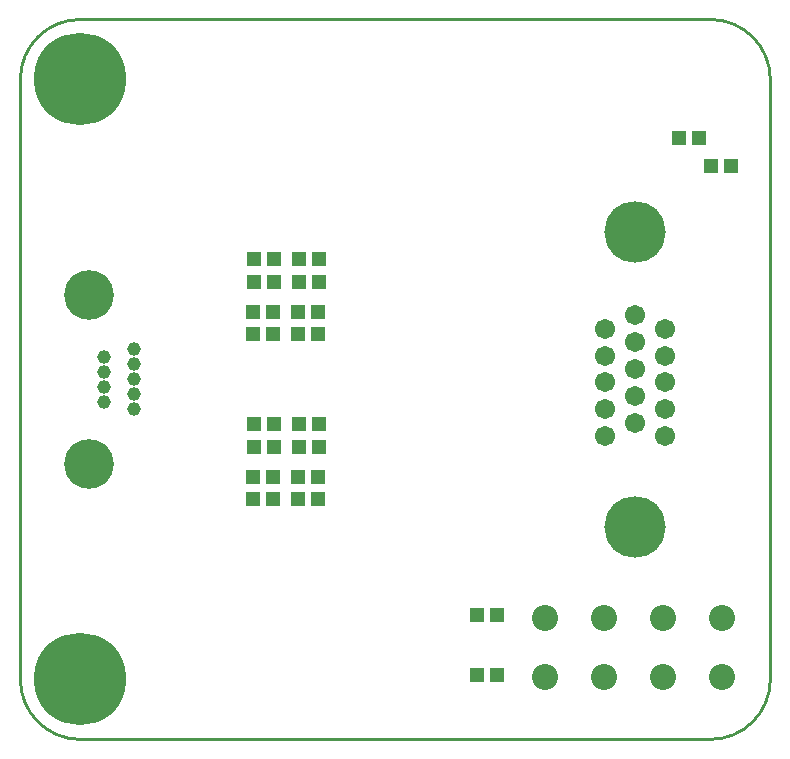
<source format=gbs>
G04*
G04 #@! TF.GenerationSoftware,Altium Limited,Altium Designer,22.9.1 (49)*
G04*
G04 Layer_Color=16711935*
%FSLAX25Y25*%
%MOIN*%
G70*
G04*
G04 #@! TF.SameCoordinates,30CEAF04-E3BD-4145-9B8D-8DB9266C66AB*
G04*
G04*
G04 #@! TF.FilePolarity,Negative*
G04*
G01*
G75*
%ADD12C,0.01000*%
%ADD16R,0.04540X0.04540*%
%ADD23C,0.06706*%
%ADD24C,0.20485*%
%ADD25C,0.04540*%
%ADD26C,0.16548*%
%ADD27C,0.08674*%
%ADD28C,0.30800*%
%ADD29C,0.03800*%
D12*
X120000Y240000D02*
G03*
X100000Y220000I0J-20000D01*
G01*
X350000D02*
G03*
X330000Y240000I-20000J0D01*
G01*
Y0D02*
G03*
X350000Y20000I0J20000D01*
G01*
X100000D02*
G03*
X120000Y0I20000J0D01*
G01*
Y240000D02*
X330000D01*
X350000Y20000D02*
Y220000D01*
X120000Y0D02*
X330000D01*
X100000Y20000D02*
Y220000D01*
D16*
X330153Y191000D02*
D03*
X336846D02*
D03*
X319500Y200500D02*
D03*
X326193D02*
D03*
X252153Y41500D02*
D03*
X258846D02*
D03*
X252153Y21500D02*
D03*
X258846D02*
D03*
X199307Y80000D02*
D03*
X192614D02*
D03*
X199307Y87500D02*
D03*
X192614D02*
D03*
X184307D02*
D03*
X177614D02*
D03*
X184500Y105000D02*
D03*
X177807D02*
D03*
Y97500D02*
D03*
X184500D02*
D03*
X177614Y80000D02*
D03*
X184307D02*
D03*
X192807Y97500D02*
D03*
X199500D02*
D03*
Y105000D02*
D03*
X192807D02*
D03*
X178000Y152500D02*
D03*
X184693D02*
D03*
X199693Y160000D02*
D03*
X193000D02*
D03*
Y152500D02*
D03*
X199693D02*
D03*
X184693Y160000D02*
D03*
X178000D02*
D03*
X199193Y142500D02*
D03*
X192500D02*
D03*
X177500Y135000D02*
D03*
X184193D02*
D03*
Y142500D02*
D03*
X177500D02*
D03*
X192500Y135000D02*
D03*
X199193D02*
D03*
D23*
X315000Y136949D02*
D03*
Y127972D02*
D03*
Y118996D02*
D03*
Y110020D02*
D03*
Y101043D02*
D03*
X295000D02*
D03*
X305000Y114508D02*
D03*
X295000Y110020D02*
D03*
X305000Y123484D02*
D03*
X295000Y118996D02*
D03*
X305000Y132461D02*
D03*
X295000Y127972D02*
D03*
X305000Y105532D02*
D03*
Y141437D02*
D03*
X295000Y136949D02*
D03*
D24*
X305000Y169193D02*
D03*
Y70807D02*
D03*
D25*
X138000Y120000D02*
D03*
Y125000D02*
D03*
Y130000D02*
D03*
Y115000D02*
D03*
Y110000D02*
D03*
X128000Y122500D02*
D03*
Y127500D02*
D03*
Y112500D02*
D03*
Y117500D02*
D03*
D26*
X123000Y148248D02*
D03*
Y91752D02*
D03*
D27*
X274815Y40500D02*
D03*
X294500D02*
D03*
X314185D02*
D03*
X333870D02*
D03*
X274815Y20815D02*
D03*
X294500D02*
D03*
X314185D02*
D03*
X333870D02*
D03*
D28*
X120000Y20000D02*
D03*
Y220000D02*
D03*
D29*
X129842Y25905D02*
D03*
X125906Y10158D02*
D03*
X110158Y14095D02*
D03*
X125906Y29842D02*
D03*
X129842Y14095D02*
D03*
X114094Y10158D02*
D03*
Y29842D02*
D03*
X108750Y20000D02*
D03*
X120000Y8750D02*
D03*
X131250Y20000D02*
D03*
X120000Y31250D02*
D03*
X110158Y25905D02*
D03*
X129842Y225905D02*
D03*
X125906Y210157D02*
D03*
X110158Y214094D02*
D03*
X125906Y229842D02*
D03*
X129842Y214094D02*
D03*
X114094Y210157D02*
D03*
Y229842D02*
D03*
X108750Y220000D02*
D03*
X120000Y208750D02*
D03*
X131250Y220000D02*
D03*
X120000Y231250D02*
D03*
X110158Y225905D02*
D03*
M02*

</source>
